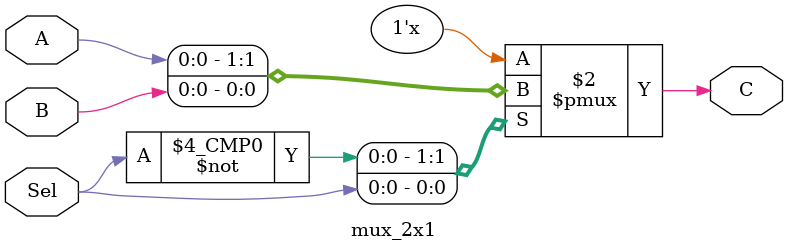
<source format=v>
module mux_2x1 (
  input A , B ,
  input Sel,
  output reg C
  );
  
always@(*)
begin
  case(Sel)
    1'b0 : C = A;
    1'b1:  C = B;
  endcase
end

endmodule

</source>
